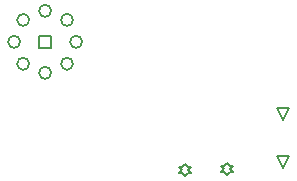
<source format=gbr>
%TF.GenerationSoftware,Altium Limited,Altium Designer,23.5.1 (21)*%
G04 Layer_Color=2752767*
%FSLAX45Y45*%
%MOMM*%
%TF.SameCoordinates,4F0F0AB4-5C0D-4210-9CCF-4C3744BDD4F0*%
%TF.FilePolarity,Positive*%
%TF.FileFunction,Drawing*%
%TF.Part,Single*%
G01*
G75*
%TA.AperFunction,NonConductor*%
%ADD37C,0.12700*%
%ADD38C,0.16933*%
D37*
X14934814Y3963585D02*
Y4065185D01*
X15036415D01*
Y3963585D01*
X14934814D01*
X17000000Y3349200D02*
X16949200Y3450800D01*
X17050800D01*
X17000000Y3349200D01*
Y2949200D02*
X16949200Y3050800D01*
X17050800D01*
X17000000Y2949200D01*
X16530000Y2889200D02*
X16555400Y2914600D01*
X16580800D01*
X16555400Y2940000D01*
X16580800Y2965400D01*
X16555400D01*
X16530000Y2990800D01*
X16504601Y2965400D01*
X16479201D01*
X16504601Y2940000D01*
X16479201Y2914600D01*
X16504601D01*
X16530000Y2889200D01*
X16170000Y2879200D02*
X16195399Y2904600D01*
X16220799D01*
X16195399Y2930000D01*
X16220799Y2955400D01*
X16195399D01*
X16170000Y2980800D01*
X16144600Y2955400D01*
X16119200D01*
X16144600Y2930000D01*
X16119200Y2904600D01*
X16144600D01*
X16170000Y2879200D01*
D38*
X15036415Y3751885D02*
G03*
X15036415Y3751885I-50800J0D01*
G01*
X14850800Y3828769D02*
G03*
X14850800Y3828769I-50800J0D01*
G01*
X14773917Y4014385D02*
G03*
X14773917Y4014385I-50800J0D01*
G01*
X15222031Y3828769D02*
G03*
X15222031Y3828769I-50800J0D01*
G01*
X15298915Y4014385D02*
G03*
X15298915Y4014385I-50800J0D01*
G01*
X15222031Y4200000D02*
G03*
X15222031Y4200000I-50800J0D01*
G01*
X15036415Y4276885D02*
G03*
X15036415Y4276885I-50800J0D01*
G01*
X14850800Y4200000D02*
G03*
X14850800Y4200000I-50800J0D01*
G01*
%TF.MD5,adf001850d7168344706ccdd0c1b4582*%
M02*

</source>
